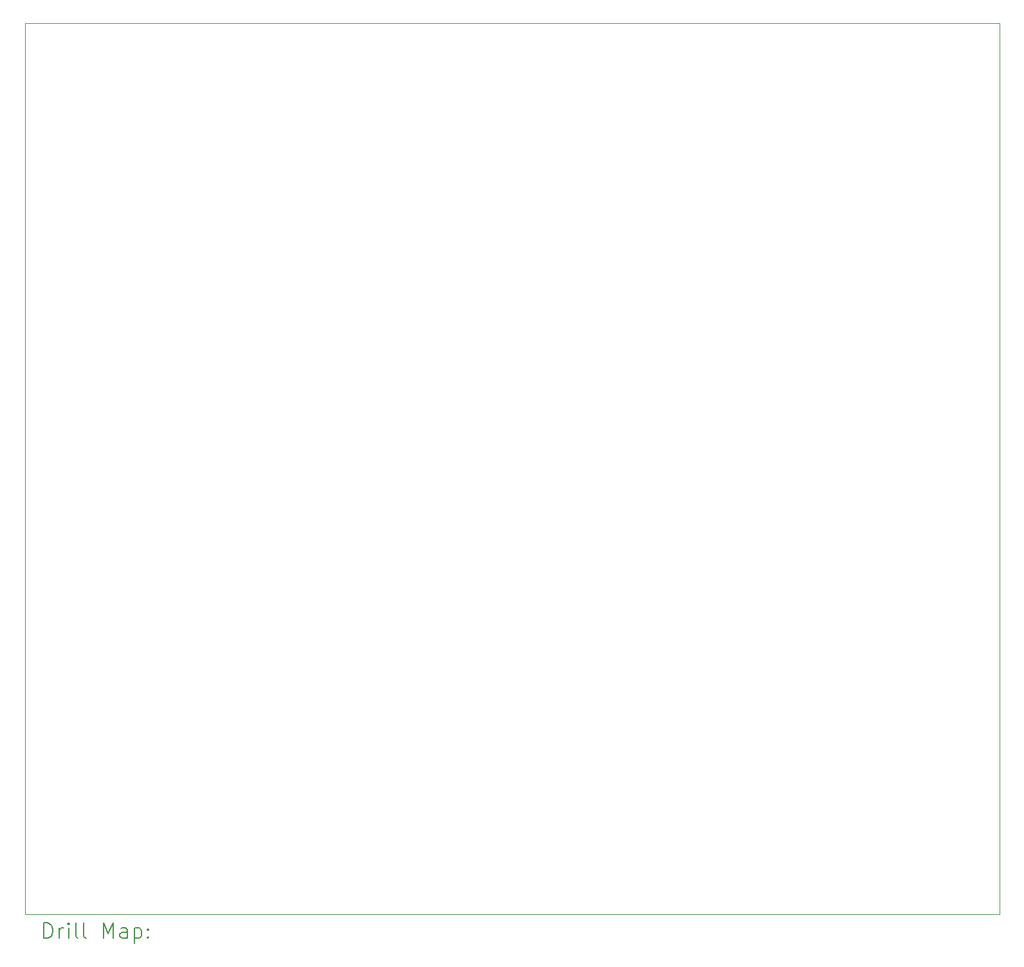
<source format=gbr>
%TF.GenerationSoftware,KiCad,Pcbnew,(6.0.9)*%
%TF.CreationDate,2022-12-14T18:51:54-08:00*%
%TF.ProjectId,halloween vending machine,68616c6c-6f77-4656-956e-2076656e6469,rev?*%
%TF.SameCoordinates,Original*%
%TF.FileFunction,Drillmap*%
%TF.FilePolarity,Positive*%
%FSLAX45Y45*%
G04 Gerber Fmt 4.5, Leading zero omitted, Abs format (unit mm)*
G04 Created by KiCad (PCBNEW (6.0.9)) date 2022-12-14 18:51:54*
%MOMM*%
%LPD*%
G01*
G04 APERTURE LIST*
%ADD10C,0.100000*%
%ADD11C,0.200000*%
G04 APERTURE END LIST*
D10*
X2108200Y-1981200D02*
X14935200Y-1981200D01*
X14935200Y-1981200D02*
X14935200Y-13716000D01*
X14935200Y-13716000D02*
X2108200Y-13716000D01*
X2108200Y-13716000D02*
X2108200Y-1981200D01*
D11*
X2360819Y-14031476D02*
X2360819Y-13831476D01*
X2408438Y-13831476D01*
X2437010Y-13841000D01*
X2456057Y-13860048D01*
X2465581Y-13879095D01*
X2475105Y-13917190D01*
X2475105Y-13945762D01*
X2465581Y-13983857D01*
X2456057Y-14002905D01*
X2437010Y-14021952D01*
X2408438Y-14031476D01*
X2360819Y-14031476D01*
X2560819Y-14031476D02*
X2560819Y-13898143D01*
X2560819Y-13936238D02*
X2570343Y-13917190D01*
X2579867Y-13907667D01*
X2598914Y-13898143D01*
X2617962Y-13898143D01*
X2684629Y-14031476D02*
X2684629Y-13898143D01*
X2684629Y-13831476D02*
X2675105Y-13841000D01*
X2684629Y-13850524D01*
X2694152Y-13841000D01*
X2684629Y-13831476D01*
X2684629Y-13850524D01*
X2808438Y-14031476D02*
X2789390Y-14021952D01*
X2779867Y-14002905D01*
X2779867Y-13831476D01*
X2913200Y-14031476D02*
X2894152Y-14021952D01*
X2884628Y-14002905D01*
X2884628Y-13831476D01*
X3141771Y-14031476D02*
X3141771Y-13831476D01*
X3208438Y-13974333D01*
X3275105Y-13831476D01*
X3275105Y-14031476D01*
X3456057Y-14031476D02*
X3456057Y-13926714D01*
X3446533Y-13907667D01*
X3427486Y-13898143D01*
X3389390Y-13898143D01*
X3370343Y-13907667D01*
X3456057Y-14021952D02*
X3437009Y-14031476D01*
X3389390Y-14031476D01*
X3370343Y-14021952D01*
X3360819Y-14002905D01*
X3360819Y-13983857D01*
X3370343Y-13964809D01*
X3389390Y-13955286D01*
X3437009Y-13955286D01*
X3456057Y-13945762D01*
X3551295Y-13898143D02*
X3551295Y-14098143D01*
X3551295Y-13907667D02*
X3570343Y-13898143D01*
X3608438Y-13898143D01*
X3627486Y-13907667D01*
X3637009Y-13917190D01*
X3646533Y-13936238D01*
X3646533Y-13993381D01*
X3637009Y-14012428D01*
X3627486Y-14021952D01*
X3608438Y-14031476D01*
X3570343Y-14031476D01*
X3551295Y-14021952D01*
X3732248Y-14012428D02*
X3741771Y-14021952D01*
X3732248Y-14031476D01*
X3722724Y-14021952D01*
X3732248Y-14012428D01*
X3732248Y-14031476D01*
X3732248Y-13907667D02*
X3741771Y-13917190D01*
X3732248Y-13926714D01*
X3722724Y-13917190D01*
X3732248Y-13907667D01*
X3732248Y-13926714D01*
M02*

</source>
